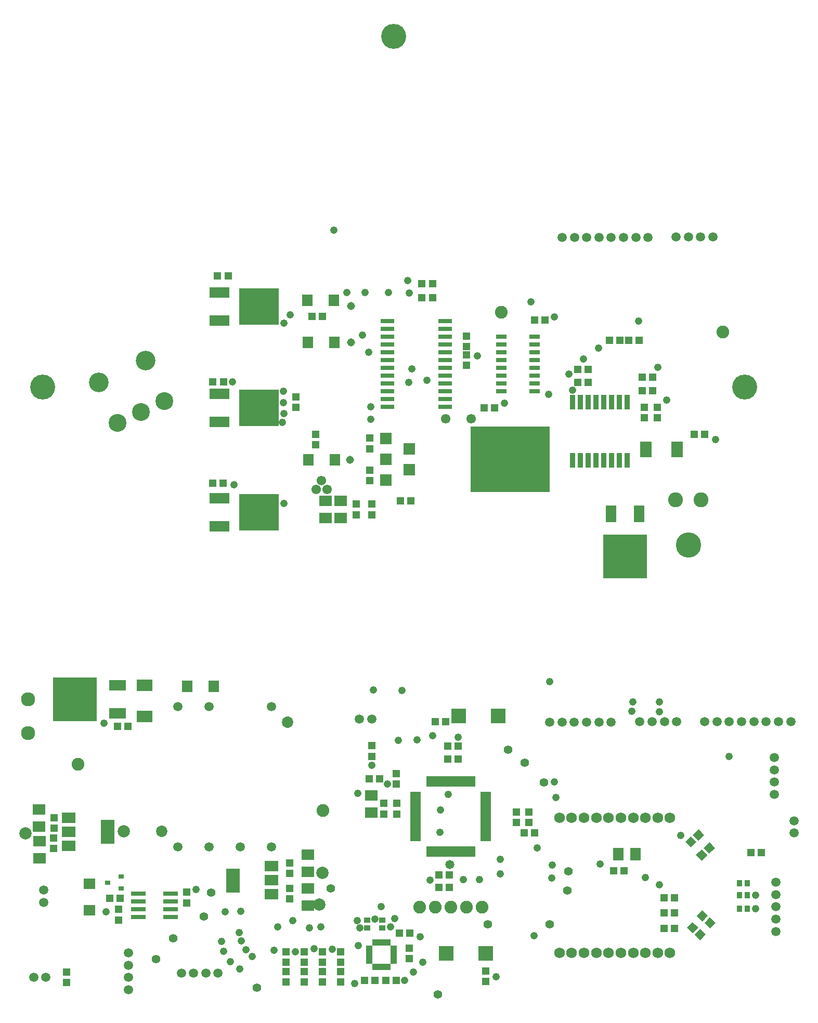
<source format=gts>
G75*
G70*
%OFA0B0*%
%FSLAX24Y24*%
%IPPOS*%
%LPD*%
%AMOC8*
5,1,8,0,0,1.08239X$1,22.5*
%
%ADD10R,0.0198X0.0671*%
%ADD11R,0.0671X0.0198*%
%ADD12R,0.0513X0.0474*%
%ADD13R,0.0513X0.0513*%
%ADD14C,0.0580*%
%ADD15R,0.0870X0.0670*%
%ADD16R,0.0870X0.1580*%
%ADD17R,0.0789X0.0710*%
%ADD18C,0.0820*%
%ADD19R,0.0966X0.0966*%
%ADD20R,0.0218X0.0415*%
%ADD21R,0.0395X0.0218*%
%ADD22R,0.0434X0.0356*%
%ADD23C,0.0680*%
%ADD24R,0.0513X0.0513*%
%ADD25R,0.0710X0.0789*%
%ADD26R,0.0356X0.0434*%
%ADD27C,0.0595*%
%ADD28C,0.0905*%
%ADD29R,0.0946X0.0316*%
%ADD30R,0.0336X0.0316*%
%ADD31R,0.0722X0.0678*%
%ADD32C,0.0730*%
%ADD33R,0.2840X0.2840*%
%ADD34R,0.1070X0.0670*%
%ADD35R,0.0986X0.0769*%
%ADD36R,0.0678X0.0722*%
%ADD37R,0.0336X0.0966*%
%ADD38R,0.0860X0.0290*%
%ADD39R,0.0690X0.0316*%
%ADD40R,0.0730X0.0730*%
%ADD41C,0.2030*%
%ADD42R,0.5080X0.4230*%
%ADD43C,0.1261*%
%ADD44C,0.1145*%
%ADD45R,0.1261X0.0710*%
%ADD46R,0.2550X0.2360*%
%ADD47C,0.0954*%
%ADD48C,0.1619*%
%ADD49R,0.0769X0.0986*%
%ADD50R,0.0670X0.1070*%
%ADD51C,0.1600*%
%ADD52C,0.0476*%
%ADD53C,0.0555*%
%ADD54C,0.0789*%
%ADD55C,0.0611*%
%ADD56C,0.0516*%
D10*
X032435Y009988D03*
X032632Y009988D03*
X032828Y009988D03*
X033025Y009988D03*
X033222Y009988D03*
X033419Y009988D03*
X033616Y009988D03*
X033813Y009988D03*
X034010Y009988D03*
X034206Y009988D03*
X034403Y009988D03*
X034600Y009988D03*
X034797Y009988D03*
X034994Y009988D03*
X035191Y009988D03*
X035387Y009988D03*
X035387Y014476D03*
X035191Y014476D03*
X034994Y014476D03*
X034797Y014476D03*
X034600Y014476D03*
X034403Y014476D03*
X034206Y014476D03*
X034010Y014476D03*
X033813Y014476D03*
X033616Y014476D03*
X033419Y014476D03*
X033222Y014476D03*
X033025Y014476D03*
X032828Y014476D03*
X032632Y014476D03*
X032435Y014476D03*
D11*
X031667Y013709D03*
X031667Y013512D03*
X031667Y013315D03*
X031667Y013118D03*
X031667Y012921D03*
X031667Y012724D03*
X031667Y012527D03*
X031667Y012331D03*
X031667Y012134D03*
X031667Y011937D03*
X031667Y011740D03*
X031667Y011543D03*
X031667Y011346D03*
X031667Y011149D03*
X031667Y010953D03*
X031667Y010756D03*
X036155Y010756D03*
X036155Y010953D03*
X036155Y011149D03*
X036155Y011346D03*
X036155Y011543D03*
X036155Y011740D03*
X036155Y011937D03*
X036155Y012134D03*
X036155Y012331D03*
X036155Y012527D03*
X036155Y012724D03*
X036155Y012921D03*
X036155Y013118D03*
X036155Y013315D03*
X036155Y013512D03*
X036155Y013709D03*
D12*
X038626Y011182D03*
X039296Y011182D03*
D13*
X038911Y011847D03*
X038911Y012517D03*
X038111Y012517D03*
X038111Y011847D03*
X033806Y008477D03*
X033136Y008477D03*
X033136Y007682D03*
X033806Y007682D03*
X031296Y004762D03*
X030626Y004762D03*
X031261Y003797D03*
X031261Y003127D03*
X030421Y001712D03*
X029751Y001712D03*
X029051Y001702D03*
X028381Y001702D03*
X026836Y001622D03*
X026836Y002292D03*
X026836Y002872D03*
X026836Y003542D03*
X025676Y003542D03*
X025676Y002872D03*
X025676Y002292D03*
X025676Y001622D03*
X024526Y001622D03*
X024526Y002292D03*
X024526Y002872D03*
X024526Y003542D03*
X023356Y003542D03*
X023356Y002872D03*
X023356Y002292D03*
X023356Y001622D03*
X023586Y006942D03*
X023586Y007612D03*
X023586Y008592D03*
X023586Y009262D03*
X028676Y014632D03*
X029346Y014632D03*
X030426Y014312D03*
X030426Y014982D03*
X028866Y016097D03*
X028866Y016767D03*
X029611Y013067D03*
X029611Y012397D03*
X030461Y012397D03*
X030461Y013067D03*
X033721Y015917D03*
X034391Y015917D03*
X034396Y016732D03*
X033726Y016732D03*
X033596Y018312D03*
X032926Y018312D03*
X044336Y008752D03*
X045006Y008752D03*
X047581Y007017D03*
X048251Y007017D03*
X048246Y006062D03*
X047576Y006062D03*
X047576Y005062D03*
X048246Y005062D03*
X053151Y009902D03*
X053821Y009902D03*
X036156Y002322D03*
X036156Y001652D03*
X016976Y006697D03*
X016976Y007367D03*
X012731Y006967D03*
X012061Y006967D03*
X012621Y006267D03*
X012621Y005597D03*
X009296Y002257D03*
X009296Y001587D03*
X008466Y010182D03*
X008466Y010852D03*
X008471Y011472D03*
X008471Y012142D03*
X012546Y018017D03*
X013216Y018017D03*
X027850Y031595D03*
X027850Y032265D03*
X028850Y032265D03*
X028850Y031596D03*
X030671Y032465D03*
X031340Y032465D03*
X028705Y033780D03*
X028705Y034450D03*
X028705Y035830D03*
X028705Y036500D03*
X025260Y036760D03*
X025260Y036090D03*
X024000Y038470D03*
X024000Y039140D03*
X019335Y040105D03*
X018666Y040105D03*
X018966Y046905D03*
X019635Y046905D03*
X025016Y044305D03*
X025685Y044305D03*
X032066Y045520D03*
X032735Y045520D03*
X032735Y046420D03*
X032066Y046420D03*
X034925Y043050D03*
X034925Y042380D03*
X034925Y041850D03*
X034925Y041180D03*
X036041Y038440D03*
X036710Y038440D03*
X042041Y040080D03*
X042046Y040910D03*
X042715Y040910D03*
X042710Y040080D03*
X044096Y042780D03*
X044765Y042780D03*
X045326Y042770D03*
X045995Y042770D03*
X046191Y040400D03*
X046860Y040400D03*
X046860Y039550D03*
X046191Y039550D03*
X046325Y038480D03*
X046325Y037810D03*
X047165Y037810D03*
X047165Y038480D03*
X049530Y036747D03*
X050199Y036747D03*
X039945Y044095D03*
X039276Y044095D03*
X019305Y033610D03*
X018636Y033610D03*
D14*
X033836Y009132D03*
D15*
X022426Y009037D03*
X022426Y008137D03*
X022426Y007237D03*
X009431Y010337D03*
X009431Y011237D03*
X009431Y012137D03*
D16*
X011911Y011247D03*
X019946Y008127D03*
D17*
X024736Y007628D03*
X024736Y006526D03*
X024736Y008676D03*
X024736Y009778D03*
X028811Y012481D03*
X028811Y013583D03*
X026850Y031379D03*
X025900Y031379D03*
X025900Y032481D03*
X026850Y032481D03*
X007531Y012668D03*
X007531Y011566D03*
X007536Y010658D03*
X007536Y009556D03*
D18*
X010021Y015577D03*
X025726Y012622D03*
X031916Y006422D03*
X031916Y006422D03*
X032916Y006422D03*
X032916Y006422D03*
X033916Y006422D03*
X033916Y006422D03*
X034916Y006422D03*
X034916Y006422D03*
X035916Y006422D03*
X035916Y006422D03*
X051365Y043319D03*
X037140Y044565D03*
D19*
X036966Y018682D03*
X034407Y018682D03*
X033602Y003452D03*
X036161Y003452D03*
D20*
X029953Y004140D03*
X029756Y004140D03*
X029560Y004140D03*
X029363Y004140D03*
X029166Y004140D03*
X028969Y004140D03*
X028969Y002585D03*
X029166Y002585D03*
X029363Y002585D03*
X029560Y002585D03*
X029756Y002585D03*
X029953Y002585D03*
D21*
X030249Y002870D03*
X030249Y003067D03*
X030249Y003264D03*
X030249Y003461D03*
X030249Y003657D03*
X030249Y003854D03*
X028674Y003854D03*
X028674Y003657D03*
X028674Y003461D03*
X028674Y003264D03*
X028674Y003067D03*
X028674Y002870D03*
D22*
X028556Y005081D03*
X028556Y005593D03*
X029531Y005583D03*
X029531Y005071D03*
D23*
X040879Y003481D03*
X041666Y003481D03*
X042453Y003481D03*
X043241Y003481D03*
X044028Y003481D03*
X044816Y003481D03*
X045603Y003481D03*
X046390Y003481D03*
X047178Y003481D03*
X047965Y003481D03*
X047965Y012143D03*
X047178Y012143D03*
X046390Y012143D03*
X045603Y012143D03*
X044816Y012143D03*
X044028Y012143D03*
X043241Y012143D03*
X042453Y012143D03*
X041666Y012143D03*
X040879Y012143D03*
D24*
G36*
X049658Y010580D02*
X049279Y010237D01*
X048936Y010616D01*
X049315Y010959D01*
X049658Y010580D01*
G37*
G36*
X050156Y011028D02*
X049777Y010685D01*
X049434Y011064D01*
X049813Y011407D01*
X050156Y011028D01*
G37*
G36*
X050124Y010224D02*
X050503Y010567D01*
X050846Y010188D01*
X050467Y009845D01*
X050124Y010224D01*
G37*
G36*
X049626Y009776D02*
X050005Y010119D01*
X050348Y009740D01*
X049969Y009397D01*
X049626Y009776D01*
G37*
G36*
X050014Y006217D02*
X050393Y005874D01*
X050050Y005495D01*
X049671Y005838D01*
X050014Y006217D01*
G37*
G36*
X050512Y005769D02*
X050891Y005426D01*
X050548Y005047D01*
X050169Y005390D01*
X050512Y005769D01*
G37*
G36*
X049887Y005014D02*
X050266Y004671D01*
X049923Y004292D01*
X049544Y004635D01*
X049887Y005014D01*
G37*
G36*
X049389Y005462D02*
X049768Y005119D01*
X049425Y004740D01*
X049046Y005083D01*
X049389Y005462D01*
G37*
D25*
X045767Y009802D03*
X044665Y009802D03*
D26*
X052405Y007947D03*
X052917Y007947D03*
X052917Y007177D03*
X052405Y007177D03*
X052405Y006322D03*
X052917Y006322D03*
D27*
X007177Y001922D03*
X007965Y001922D03*
X007811Y006728D03*
X007811Y007516D03*
X013236Y003478D03*
X013236Y002691D03*
X013236Y001903D03*
X013236Y001116D03*
X016635Y002177D03*
X017422Y002177D03*
X018210Y002177D03*
X018997Y002177D03*
X018406Y010292D03*
X016406Y010292D03*
X020406Y010292D03*
X022406Y010292D03*
X028062Y018487D03*
X028850Y018487D03*
X022406Y019292D03*
X018406Y019292D03*
X016406Y019292D03*
X040258Y018277D03*
X041045Y018277D03*
X041832Y018277D03*
X042620Y018277D03*
X043407Y018277D03*
X044195Y018277D03*
X046030Y018327D03*
X046817Y018327D03*
X047605Y018327D03*
X048392Y018327D03*
X050190Y018312D03*
X050978Y018312D03*
X051765Y018312D03*
X052552Y018312D03*
X053340Y018312D03*
X054127Y018312D03*
X054915Y018312D03*
X055702Y018312D03*
X054636Y016013D03*
X054636Y015226D03*
X054636Y014438D03*
X054636Y013651D03*
X055911Y011956D03*
X055911Y011168D03*
X054736Y008012D03*
X054736Y007225D03*
X054736Y006437D03*
X054736Y005650D03*
X054736Y004862D03*
X050715Y049412D03*
X049927Y049412D03*
X049140Y049412D03*
X048353Y049412D03*
X046564Y049392D03*
X045776Y049392D03*
X044989Y049392D03*
X044201Y049392D03*
X043414Y049392D03*
X042627Y049392D03*
X041839Y049392D03*
X041052Y049392D03*
D28*
X006816Y019757D03*
X006816Y017587D03*
D29*
X013897Y007282D03*
X013897Y006782D03*
X013897Y006282D03*
X013897Y005782D03*
X015945Y005782D03*
X015945Y006282D03*
X015945Y006782D03*
X015945Y007282D03*
D30*
X012794Y007618D03*
X012794Y008366D03*
X011908Y007992D03*
D31*
X010741Y007914D03*
X010741Y006221D03*
D32*
X015371Y011292D03*
X023442Y018292D03*
D33*
X009831Y019737D03*
X045078Y028922D03*
D34*
X012551Y020637D03*
X012551Y018837D03*
D35*
X014296Y018642D03*
X014296Y020642D03*
D36*
X017030Y020577D03*
X018723Y020577D03*
X024794Y035110D03*
X026487Y035110D03*
X026447Y042645D03*
X024754Y042645D03*
X024719Y045355D03*
X026412Y045355D03*
D37*
X041710Y038825D03*
X042210Y038825D03*
X042710Y038825D03*
X043210Y038825D03*
X043710Y038825D03*
X044210Y038825D03*
X044710Y038825D03*
X045210Y038825D03*
X045210Y035085D03*
X044710Y035085D03*
X044210Y035085D03*
X043710Y035085D03*
X043210Y035085D03*
X042710Y035085D03*
X042210Y035085D03*
X041710Y035085D03*
D38*
X033535Y038515D03*
X033535Y039015D03*
X033535Y039515D03*
X033535Y040015D03*
X033535Y040515D03*
X033535Y041015D03*
X033535Y041515D03*
X033535Y042015D03*
X033535Y042515D03*
X033535Y043015D03*
X033535Y043515D03*
X033535Y044015D03*
X029845Y044015D03*
X029845Y043515D03*
X029845Y043015D03*
X029845Y042515D03*
X029845Y042015D03*
X029845Y041515D03*
X029845Y041015D03*
X029845Y040515D03*
X029845Y040015D03*
X029845Y039515D03*
X029845Y039015D03*
X029845Y038515D03*
D39*
X037147Y039530D03*
X037147Y040030D03*
X037147Y040530D03*
X037147Y041030D03*
X037147Y041530D03*
X037147Y042030D03*
X037147Y042530D03*
X037147Y043030D03*
X039273Y043030D03*
X039273Y042530D03*
X039273Y042030D03*
X039273Y041530D03*
X039273Y041030D03*
X039273Y040530D03*
X039273Y040030D03*
X039273Y039530D03*
D40*
X031260Y035810D03*
X031260Y034470D03*
X029760Y033800D03*
X029760Y035140D03*
X029760Y036480D03*
D41*
X038630Y035140D03*
D42*
X037730Y035140D03*
D43*
X014341Y041480D03*
X011341Y040081D03*
D44*
X014054Y038179D03*
X015549Y038877D03*
X012558Y037482D03*
D45*
X019090Y037555D03*
X019090Y039355D03*
X019090Y044055D03*
X019090Y045855D03*
X019090Y032655D03*
X019090Y030855D03*
D46*
X021625Y031755D03*
X021625Y038455D03*
X021625Y044955D03*
D47*
X048333Y032551D03*
X049963Y032551D03*
D48*
X049148Y029661D03*
D49*
X048429Y035792D03*
X046429Y035792D03*
D50*
X045978Y031642D03*
X044178Y031642D03*
D51*
X052740Y039774D03*
X030240Y062274D03*
X007741Y039774D03*
D52*
X019905Y040115D03*
X023175Y039525D03*
X023180Y038775D03*
X023205Y038090D03*
X023125Y037520D03*
X020015Y033530D03*
X023205Y032315D03*
X028770Y037715D03*
X028800Y038515D03*
X031215Y040095D03*
X031410Y040940D03*
X032395Y040210D03*
X035630Y041770D03*
X037360Y038740D03*
X040201Y039312D03*
X041706Y039577D03*
X041476Y040617D03*
X042411Y041572D03*
X043386Y042287D03*
X045946Y044002D03*
X047181Y041057D03*
X047736Y038952D03*
X050881Y036402D03*
X040556Y044287D03*
X039066Y045237D03*
X031240Y045830D03*
X031155Y046610D03*
X029910Y045840D03*
X028430Y045840D03*
X027265Y045840D03*
X028250Y043125D03*
X028645Y042030D03*
X023615Y044400D03*
X023205Y043880D03*
X026415Y049860D03*
X040246Y020867D03*
X045576Y019597D03*
X045531Y018992D03*
X047286Y018947D03*
X047281Y019587D03*
X051751Y016092D03*
X048656Y011002D03*
X046371Y008302D03*
X047296Y007857D03*
X043496Y009167D03*
X040406Y009112D03*
X040381Y008282D03*
X039446Y010222D03*
X037081Y009492D03*
X037091Y008557D03*
X035766Y008187D03*
X034731Y008187D03*
X032591Y008132D03*
X030321Y005697D03*
X030046Y005147D03*
X029051Y005657D03*
X029436Y006442D03*
X027906Y005557D03*
X028096Y005082D03*
X027976Y003962D03*
X026306Y003717D03*
X025166Y003732D03*
X023946Y003557D03*
X024866Y005082D03*
X025601Y005142D03*
X023786Y005557D03*
X022826Y005142D03*
X022576Y003662D03*
X021186Y003252D03*
X020781Y003697D03*
X020496Y004232D03*
X020336Y004782D03*
X019226Y004207D03*
X019356Y003582D03*
X019771Y002912D03*
X020376Y002457D03*
X020456Y006142D03*
X019451Y006127D03*
X017581Y007557D03*
X015016Y003127D03*
X011816Y006107D03*
X011681Y018217D03*
X027936Y013707D03*
X029836Y014302D03*
X028866Y015512D03*
X030566Y017112D03*
X031761Y017152D03*
X032751Y017427D03*
X034396Y017327D03*
X030796Y020302D03*
X028941Y020332D03*
X033756Y013662D03*
X033246Y012632D03*
X033231Y011207D03*
X031941Y004507D03*
X032111Y002872D03*
X031506Y002257D03*
X030941Y001707D03*
X027736Y001512D03*
X036806Y001952D03*
X039246Y004597D03*
X040641Y013442D03*
X040541Y014447D03*
X053436Y007177D03*
X053451Y006327D03*
D53*
X041436Y008702D03*
X041401Y007492D03*
X040251Y005312D03*
X036281Y005307D03*
X033101Y000822D03*
X026206Y007622D03*
X021471Y001252D03*
X018091Y005822D03*
X018556Y007337D03*
X016126Y004422D03*
X015031Y003091D03*
X037581Y016527D03*
X038636Y015692D03*
X039881Y014407D03*
D54*
X025681Y008617D03*
X025501Y006577D03*
X012961Y011277D03*
X006661Y011142D03*
D55*
X025280Y033225D03*
X025630Y033775D03*
X025985Y033230D03*
X033570Y037755D03*
X035205Y037750D03*
D56*
X027450Y035120D03*
X027520Y042635D03*
X027510Y044965D03*
M02*

</source>
